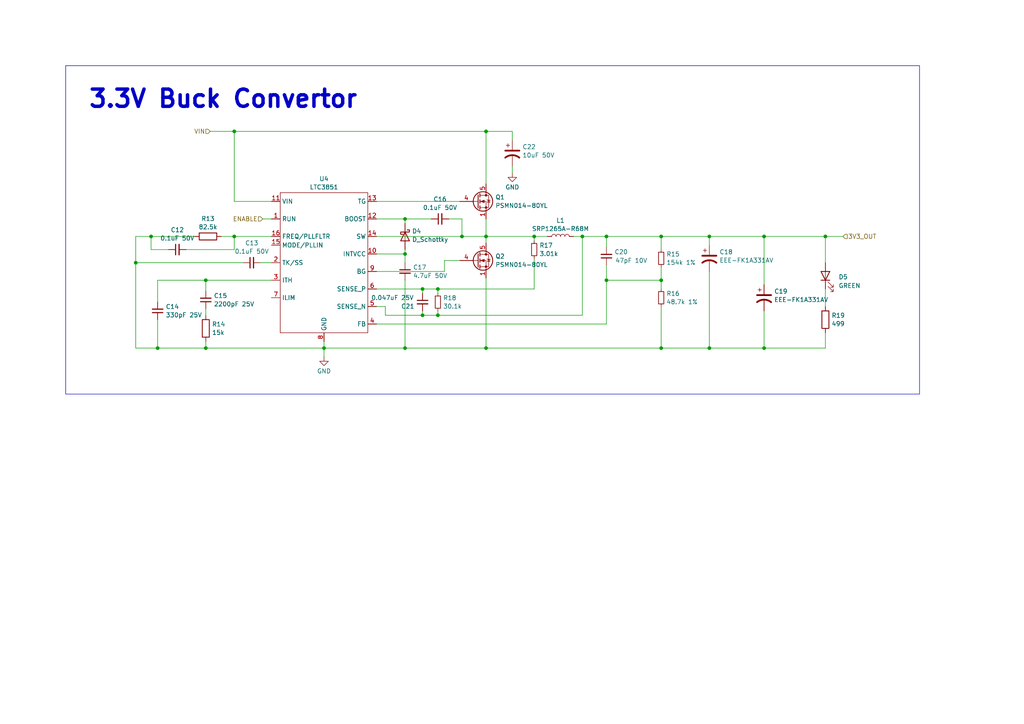
<source format=kicad_sch>
(kicad_sch (version 20230121) (generator eeschema)
  (paper "A4")
  (lib_symbols
    (symbol "Custom Parts:LTC3851"
      (property "Reference" "U" (at -11.43 21.59 0))
      (property "Value" "LTC3851" (at 8.89 21.59 0))
      (symbol "LTC3851_0_1"
        (polyline (pts (xy -12.7 20.32) (xy -12.7 -20.32) (xy 12.7 -20.32) (xy 12.7 20.32) (xy -12.7 20.32)))
      )
      (symbol "LTC3851_1_1"
        (pin input line (at -15.24 12.7 0) (length 2.54) (name "RUN") (number "1"))
        (pin input line (at 15.24 2.54 180) (length 2.54) (name "INTVCC") (number "10"))
        (pin input line (at -15.24 17.78 0) (length 2.54) (name "VIN") (number "11"))
        (pin input line (at 15.24 12.7 180) (length 2.54) (name "BOOST") (number "12"))
        (pin input line (at 15.24 17.78 180) (length 2.54) (name "TG") (number "13"))
        (pin input line (at 15.24 7.62 180) (length 2.54) (name "SW") (number "14"))
        (pin input line (at -15.24 5.08 0) (length 2.54) (name "MODE/PLLIN") (number "15"))
        (pin input line (at -15.24 7.62 0) (length 2.54) (name "FREQ/PLLFLTR") (number "16"))
        (pin input line (at 0 -22.86 90) (length 2.54) hide (name "GND") (number "17"))
        (pin input line (at -15.24 0 0) (length 2.54) (name "TK/SS") (number "2"))
        (pin input line (at -15.24 -5.08 0) (length 2.54) (name "ITH") (number "3"))
        (pin input line (at 15.24 -17.78 180) (length 2.54) (name "FB") (number "4"))
        (pin input line (at 15.24 -12.7 180) (length 2.54) (name "SENSE_N") (number "5"))
        (pin input line (at 15.24 -7.62 180) (length 2.54) (name "SENSE_P") (number "6"))
        (pin input line (at -15.24 -10.16 0) (length 2.54) (name "ILIM") (number "7"))
        (pin input line (at 0 -22.86 90) (length 2.54) (name "GND") (number "8"))
        (pin input line (at 15.24 -2.54 180) (length 2.54) (name "BG") (number "9"))
      )
    )
    (symbol "Custom Parts:PSMN014-80YL" (pin_names (offset 0) hide)
      (property "Reference" "Q" (at 6.35 2.54 0))
      (property "Value" "PSMN014-80YL" (at 12.7 0 0))
      (symbol "PSMN014-80YL_1_1"
        (polyline (pts (xy -1.27 0) (xy 0.254 0)))
        (polyline (pts (xy 0.762 -1.778) (xy 2.54 -1.778)))
        (polyline (pts (xy 0.762 -1.27) (xy 0.762 -2.286)) (stroke (width 0.254)))
        (polyline (pts (xy 0.762 0) (xy 2.54 0)))
        (polyline (pts (xy 0.762 0.508) (xy 0.762 -0.508)) (stroke (width 0.254)))
        (polyline (pts (xy 0.762 1.778) (xy 2.54 1.778)))
        (polyline (pts (xy 0.762 2.286) (xy 0.762 1.27)) (stroke (width 0.254)))
        (polyline (pts (xy 2.54 -1.778) (xy 2.54 -2.54)))
        (polyline (pts (xy 2.54 -1.778) (xy 2.54 0)))
        (polyline (pts (xy 2.54 2.54) (xy 2.54 1.778)))
        (polyline (pts (xy 0.254 1.905) (xy 0.254 -1.905) (xy 0.254 -1.905)) (stroke (width 0.254)))
        (polyline (pts (xy 1.016 0) (xy 2.032 0.381) (xy 2.032 -0.381) (xy 1.016 0)) (fill (type outline)))
        (polyline (pts (xy 2.54 -1.778) (xy 3.302 -1.778) (xy 3.302 1.778) (xy 2.54 1.778)))
        (polyline (pts (xy 2.794 0.508) (xy 2.921 0.381) (xy 3.683 0.381) (xy 3.81 0.254)))
        (polyline (pts (xy 3.302 0.381) (xy 2.921 -0.254) (xy 3.683 -0.254) (xy 3.302 0.381)))
        (circle (center 1.651 0) (radius 2.8194) (stroke (width 0.254)))
        (circle (center 2.54 -1.778) (radius 0.2794) (fill (type outline)))
        (circle (center 2.54 1.778) (radius 0.2794) (fill (type outline)))
        (pin passive line (at 2.54 -5.08 90) (length 2.54) (name "S") (number "1"))
        (pin passive line (at 2.54 -5.08 90) (length 2.54) hide (name "S") (number "2"))
        (pin passive line (at 2.54 -5.08 90) (length 2.54) hide (name "S") (number "3"))
        (pin passive line (at -5.08 0 0) (length 3.81) (name "G") (number "4"))
        (pin passive line (at 2.54 5.08 270) (length 2.54) (name "D") (number "5"))
      )
    )
    (symbol "Device:C_Polarized_US" (pin_numbers hide) (pin_names (offset 0.254) hide)
      (property "Reference" "C" (at 0.635 2.54 0))
      (property "Value" "C_Polarized_US" (at 0.635 -2.54 0))
      (symbol "C_Polarized_US_0_1"
        (polyline (pts (xy -2.032 0.762) (xy 2.032 0.762)) (stroke (width 0.508)))
        (polyline (pts (xy -1.778 2.286) (xy -0.762 2.286)))
        (polyline (pts (xy -1.27 1.778) (xy -1.27 2.794)))
        (arc (start 2.032 -1.27) (mid 0 -0.5572) (end -2.032 -1.27) (stroke (width 0.508)))
      )
      (symbol "C_Polarized_US_1_1"
        (pin passive line (at 0 3.81 270) (length 2.794) (name "~") (number "1"))
        (pin passive line (at 0 -3.81 90) (length 3.302) (name "~") (number "2"))
      )
    )
    (symbol "Device:C_Small" (pin_numbers hide) (pin_names (offset 0.254) hide)
      (property "Reference" "C" (at 0.254 1.778 0))
      (property "Value" "C_Small" (at 0.254 -2.032 0))
      (symbol "C_Small_0_1"
        (polyline (pts (xy -1.524 -0.508) (xy 1.524 -0.508)) (stroke (width 0.3302)))
        (polyline (pts (xy -1.524 0.508) (xy 1.524 0.508)) (stroke (width 0.3048)))
      )
      (symbol "C_Small_1_1"
        (pin passive line (at 0 2.54 270) (length 2.032) (name "~") (number "1"))
        (pin passive line (at 0 -2.54 90) (length 2.032) (name "~") (number "2"))
      )
    )
    (symbol "Device:D_Schottky" (pin_numbers hide) (pin_names (offset 1.016) hide)
      (property "Reference" "D" (at 0 2.54 0))
      (property "Value" "D_Schottky" (at 0 -2.54 0))
      (symbol "D_Schottky_0_1"
        (polyline (pts (xy 1.27 0) (xy -1.27 0)))
        (polyline (pts (xy 1.27 1.27) (xy 1.27 -1.27) (xy -1.27 0) (xy 1.27 1.27)) (stroke (width 0.254)))
        (polyline (pts (xy -1.905 0.635) (xy -1.905 1.27) (xy -1.27 1.27) (xy -1.27 -1.27) (xy -0.635 -1.27) (xy -0.635 -0.635)) (stroke (width 0.254)))
      )
      (symbol "D_Schottky_1_1"
        (pin passive line (at -3.81 0 0) (length 2.54) (name "K") (number "1"))
        (pin passive line (at 3.81 0 180) (length 2.54) (name "A") (number "2"))
      )
    )
    (symbol "Device:L" (pin_numbers hide) (pin_names (offset 1.016) hide)
      (property "Reference" "L" (at -1.27 0 90))
      (property "Value" "L" (at 1.905 0 90))
      (symbol "L_0_1"
        (arc (start 0 -2.54) (mid 0.6323 -1.905) (end 0 -1.27))
        (arc (start 0 -1.27) (mid 0.6323 -0.635) (end 0 0))
        (arc (start 0 0) (mid 0.6323 0.635) (end 0 1.27))
        (arc (start 0 1.27) (mid 0.6323 1.905) (end 0 2.54))
      )
      (symbol "L_1_1"
        (pin passive line (at 0 3.81 270) (length 1.27) (name "1") (number "1"))
        (pin passive line (at 0 -3.81 90) (length 1.27) (name "2") (number "2"))
      )
    )
    (symbol "Device:LED" (pin_numbers hide) (pin_names (offset 1.016) hide)
      (property "Reference" "D" (at 0 2.54 0))
      (property "Value" "LED" (at 0 -2.54 0))
      (symbol "LED_0_1"
        (polyline (pts (xy -1.27 -1.27) (xy -1.27 1.27)) (stroke (width 0.254)))
        (polyline (pts (xy -1.27 0) (xy 1.27 0)))
        (polyline (pts (xy 1.27 -1.27) (xy 1.27 1.27) (xy -1.27 0) (xy 1.27 -1.27)) (stroke (width 0.254)))
        (polyline (pts (xy -3.048 -0.762) (xy -4.572 -2.286) (xy -3.81 -2.286) (xy -4.572 -2.286) (xy -4.572 -1.524)))
        (polyline (pts (xy -1.778 -0.762) (xy -3.302 -2.286) (xy -2.54 -2.286) (xy -3.302 -2.286) (xy -3.302 -1.524)))
      )
      (symbol "LED_1_1"
        (pin passive line (at -3.81 0 0) (length 2.54) (name "K") (number "1"))
        (pin passive line (at 3.81 0 180) (length 2.54) (name "A") (number "2"))
      )
    )
    (symbol "Device:R" (pin_numbers hide) (pin_names (offset 0))
      (property "Reference" "R" (at 2.032 0 90))
      (property "Value" "R" (at 0 0 90))
      (symbol "R_0_1"
        (rectangle (start -1.016 -2.54) (end 1.016 2.54) (stroke (width 0.254)))
      )
      (symbol "R_1_1"
        (pin passive line (at 0 3.81 270) (length 1.27) (name "~") (number "1"))
        (pin passive line (at 0 -3.81 90) (length 1.27) (name "~") (number "2"))
      )
    )
    (symbol "Device:R_Small" (pin_numbers hide) (pin_names (offset 0.254) hide)
      (property "Reference" "R" (at 0.762 0.508 0))
      (property "Value" "R_Small" (at 0.762 -1.016 0))
      (symbol "R_Small_0_1"
        (rectangle (start -0.762 1.778) (end 0.762 -1.778) (stroke (width 0.2032)))
      )
      (symbol "R_Small_1_1"
        (pin passive line (at 0 2.54 270) (length 0.762) (name "~") (number "1"))
        (pin passive line (at 0 -2.54 90) (length 0.762) (name "~") (number "2"))
      )
    )
    (symbol "power:GND" (power) (pin_names (offset 0))
      (property "Value" "GND" (at 0 -3.81 0))
      (symbol "GND_0_1"
        (polyline (pts (xy 0 0) (xy 0 -1.27) (xy 1.27 -1.27) (xy 0 -2.54) (xy -1.27 -1.27) (xy 0 -1.27)))
      )
      (symbol "GND_1_1"
        (pin power_in line (at 0 0 270) (length 0) hide (name "GND") (number "1"))
      )
    )
  )
  (junction (at 117.475 100.965))
  (junction (at 117.475 63.5))
  (junction (at 67.945 38.1))
  (junction (at 45.72 100.965))
  (junction (at 154.94 68.58))
  (junction (at 133.985 68.58))
  (junction (at 191.77 100.965))
  (junction (at 221.615 68.58))
  (junction (at 191.77 68.58))
  (junction (at 59.69 100.965))
  (junction (at 122.555 91.44))
  (junction (at 67.945 68.58))
  (junction (at 140.97 38.1))
  (junction (at 43.815 68.58))
  (junction (at 205.74 68.58))
  (junction (at 175.895 68.58))
  (junction (at 168.91 68.58))
  (junction (at 221.615 100.965))
  (junction (at 39.37 76.2))
  (junction (at 205.74 100.965))
  (junction (at 117.475 73.66))
  (junction (at 59.69 81.28))
  (junction (at 175.895 81.28))
  (junction (at 122.555 83.82))
  (junction (at 140.97 68.58))
  (junction (at 127 83.82))
  (junction (at 127 91.44))
  (junction (at 239.395 68.58))
  (junction (at 140.97 100.965))
  (junction (at 191.77 81.28))
  (junction (at 93.98 100.965))
  (wire (pts (xy 133.985 63.5) (xy 133.985 68.58)))
  (wire (pts (xy 93.98 103.505) (xy 93.98 100.965)))
  (wire (pts (xy 168.91 91.44) (xy 168.91 68.58)))
  (wire (pts (xy 154.94 68.58) (xy 158.75 68.58)))
  (wire (pts (xy 117.475 100.965) (xy 93.98 100.965)))
  (wire (pts (xy 175.895 81.28) (xy 191.77 81.28)))
  (wire (pts (xy 154.94 68.58) (xy 154.94 69.85)))
  (wire (pts (xy 109.22 58.42) (xy 133.35 58.42)))
  (wire (pts (xy 59.69 100.965) (xy 45.72 100.965)))
  (wire (pts (xy 109.22 83.82) (xy 122.555 83.82)))
  (wire (pts (xy 67.945 58.42) (xy 67.945 38.1)))
  (wire (pts (xy 175.895 68.58) (xy 175.895 71.755)))
  (wire (pts (xy 140.97 68.58) (xy 140.97 70.485)))
  (wire (pts (xy 133.985 68.58) (xy 140.97 68.58)))
  (wire (pts (xy 53.975 72.39) (xy 67.945 72.39)))
  (wire (pts (xy 191.77 77.47) (xy 191.77 81.28)))
  (wire (pts (xy 148.59 38.1) (xy 140.97 38.1)))
  (wire (pts (xy 154.94 83.82) (xy 127 83.82)))
  (wire (pts (xy 140.97 100.965) (xy 191.77 100.965)))
  (wire (pts (xy 148.59 40.64) (xy 148.59 38.1)))
  (wire (pts (xy 140.97 38.1) (xy 140.97 53.34)))
  (wire (pts (xy 191.77 100.965) (xy 205.74 100.965)))
  (wire (pts (xy 117.475 72.39) (xy 117.475 73.66)))
  (wire (pts (xy 45.72 100.965) (xy 39.37 100.965)))
  (wire (pts (xy 59.69 81.28) (xy 59.69 84.455)))
  (wire (pts (xy 43.815 72.39) (xy 48.895 72.39)))
  (wire (pts (xy 67.945 72.39) (xy 67.945 68.58)))
  (wire (pts (xy 39.37 76.2) (xy 70.485 76.2)))
  (wire (pts (xy 127 90.17) (xy 127 91.44)))
  (wire (pts (xy 60.96 38.1) (xy 67.945 38.1)))
  (wire (pts (xy 111.76 88.9) (xy 109.22 88.9)))
  (wire (pts (xy 221.615 90.17) (xy 221.615 100.965)))
  (wire (pts (xy 39.37 100.965) (xy 39.37 76.2)))
  (wire (pts (xy 239.395 83.82) (xy 239.395 88.9)))
  (wire (pts (xy 45.72 81.28) (xy 45.72 87.63)))
  (wire (pts (xy 117.475 73.66) (xy 117.475 76.2)))
  (wire (pts (xy 239.395 68.58) (xy 239.395 76.2)))
  (wire (pts (xy 130.175 63.5) (xy 133.985 63.5)))
  (wire (pts (xy 127 83.82) (xy 127 85.09)))
  (wire (pts (xy 128.905 75.565) (xy 128.905 78.74)))
  (wire (pts (xy 109.22 68.58) (xy 133.985 68.58)))
  (wire (pts (xy 117.475 100.965) (xy 140.97 100.965)))
  (wire (pts (xy 117.475 63.5) (xy 125.095 63.5)))
  (wire (pts (xy 122.555 83.82) (xy 122.555 85.09)))
  (wire (pts (xy 59.69 89.535) (xy 59.69 91.44)))
  (wire (pts (xy 39.37 68.58) (xy 43.815 68.58)))
  (wire (pts (xy 64.135 68.58) (xy 67.945 68.58)))
  (wire (pts (xy 109.22 63.5) (xy 117.475 63.5)))
  (wire (pts (xy 175.895 76.835) (xy 175.895 81.28)))
  (wire (pts (xy 175.895 68.58) (xy 191.77 68.58)))
  (wire (pts (xy 111.76 91.44) (xy 122.555 91.44)))
  (wire (pts (xy 39.37 76.2) (xy 39.37 68.58)))
  (wire (pts (xy 154.94 74.93) (xy 154.94 83.82)))
  (wire (pts (xy 140.97 68.58) (xy 154.94 68.58)))
  (wire (pts (xy 59.69 81.28) (xy 45.72 81.28)))
  (wire (pts (xy 78.74 58.42) (xy 67.945 58.42)))
  (wire (pts (xy 140.97 80.645) (xy 140.97 100.965)))
  (wire (pts (xy 75.565 76.2) (xy 78.74 76.2)))
  (wire (pts (xy 78.74 81.28) (xy 59.69 81.28)))
  (wire (pts (xy 67.945 38.1) (xy 140.97 38.1)))
  (wire (pts (xy 111.76 91.44) (xy 111.76 88.9)))
  (wire (pts (xy 191.77 68.58) (xy 191.77 72.39)))
  (wire (pts (xy 122.555 90.17) (xy 122.555 91.44)))
  (wire (pts (xy 166.37 68.58) (xy 168.91 68.58)))
  (wire (pts (xy 128.905 75.565) (xy 133.35 75.565)))
  (wire (pts (xy 93.98 100.965) (xy 93.98 99.06)))
  (wire (pts (xy 221.615 100.965) (xy 239.395 100.965)))
  (wire (pts (xy 191.77 81.28) (xy 191.77 83.82)))
  (wire (pts (xy 117.475 81.28) (xy 117.475 100.965)))
  (wire (pts (xy 175.895 81.28) (xy 175.895 93.98)))
  (wire (pts (xy 59.69 100.965) (xy 59.69 99.06)))
  (wire (pts (xy 221.615 68.58) (xy 221.615 82.55)))
  (wire (pts (xy 127 83.82) (xy 122.555 83.82)))
  (wire (pts (xy 127 91.44) (xy 168.91 91.44)))
  (wire (pts (xy 168.91 68.58) (xy 175.895 68.58)))
  (wire (pts (xy 205.74 78.74) (xy 205.74 100.965)))
  (wire (pts (xy 117.475 73.66) (xy 109.22 73.66)))
  (wire (pts (xy 205.74 100.965) (xy 221.615 100.965)))
  (wire (pts (xy 191.77 88.9) (xy 191.77 100.965)))
  (wire (pts (xy 191.77 68.58) (xy 205.74 68.58)))
  (wire (pts (xy 205.74 68.58) (xy 221.615 68.58)))
  (wire (pts (xy 128.905 78.74) (xy 109.22 78.74)))
  (wire (pts (xy 140.97 63.5) (xy 140.97 68.58)))
  (wire (pts (xy 43.815 68.58) (xy 43.815 72.39)))
  (wire (pts (xy 239.395 68.58) (xy 244.475 68.58)))
  (wire (pts (xy 56.515 68.58) (xy 43.815 68.58)))
  (wire (pts (xy 45.72 92.71) (xy 45.72 100.965)))
  (wire (pts (xy 122.555 91.44) (xy 127 91.44)))
  (wire (pts (xy 117.475 63.5) (xy 117.475 64.77)))
  (wire (pts (xy 239.395 96.52) (xy 239.395 100.965)))
  (wire (pts (xy 67.945 68.58) (xy 78.74 68.58)))
  (wire (pts (xy 148.59 48.26) (xy 148.59 50.165)))
  (wire (pts (xy 221.615 68.58) (xy 239.395 68.58)))
  (wire (pts (xy 175.895 93.98) (xy 109.22 93.98)))
  (wire (pts (xy 76.2 63.5) (xy 78.74 63.5)))
  (wire (pts (xy 59.69 100.965) (xy 93.98 100.965)))
  (wire (pts (xy 205.74 68.58) (xy 205.74 71.12)))
  (rectangle (start 19.05 19.05) (end 266.7 114.3))
  (text "3.3V Buck Convertor" (at 25.4 31.75 0) (effects (font (size 5 5) bold) (justify left bottom)))
  (hierarchical_label "3V3_OUT" (shape input) (at 244.475 68.58 0))
  (hierarchical_label "ENABLE" (shape input) (at 76.2 63.5 180))
  (hierarchical_label "VIN" (shape input) (at 60.96 38.1 180))
  (symbol (lib_id "Device:LED") (at 239.395 80.01 90) (unit 1)
    (property "Reference" "D5" (at 243.205 80.3275 90) (effects (justify right)))
    (property "Value" "GREEN" (at 243.205 82.8675 90) (effects (justify right)))
    (property "Footprint" "LED_SMD:LED_0805_2012Metric" (effects hide))
  )
  (symbol (lib_id "Custom Parts:PSMN014-80YL") (at 138.43 75.565 0) (unit 1)
    (property "Reference" "Q2" (at 143.6624 74.3529 0) (effects (justify left)))
    (property "Value" "PSMN014-80YL" (at 143.6624 76.7771 0) (effects (justify left)))
    (property "Footprint" "Package_TO_SOT_SMD:LFPAK56" (effects hide))
    (property "Datasheet" "https://assets.nexperia.com/documents/data-sheet/PSMN5R2-60YL.pdf" (effects hide))
    (instances (project "bilge-vacuum" (path "" (reference "Q2") (unit 1)) (path "" (reference "Q3") (unit 1))))
  )
  (symbol (lib_id "Device:C_Small") (at 117.475 78.74 0) (unit 1)
    (property "Reference" "C17" (at 119.7991 77.5342 0) (effects (justify left)))
    (property "Value" "4.7uF 50V" (at 119.7991 79.9584 0) (effects (justify left)))
    (property "Footprint" "Capacitor_SMD:C_0805_2012Metric" (effects hide))
    (instances (project "bilge-vacuum" (path "" (reference "C17") (unit 1)) (path "" (reference "C11") (unit 1))))
  )
  (symbol (lib_id "power:GND") (at 93.98 103.505 0) (unit 1)
    (property "Reference" "#PWR016" (effects hide))
    (property "Value" "GND" (at 93.98 107.6381 0))
    (instances (project "bilge-vacuum" (path "" (reference "#PWR016") (unit 1)) (path "" (reference "#PWR020") (unit 1))))
  )
  (symbol (lib_id "Device:R_Small") (at 127 87.63 0) (unit 1)
    (property "Reference" "R18" (at 128.4986 86.4179 0) (effects (justify left)))
    (property "Value" "30.1k" (at 128.4986 88.8421 0) (effects (justify left)))
    (property "Footprint" "Resistor_SMD:R_0805_2012Metric" (effects hide))
    (instances (project "bilge-vacuum" (path "" (reference "R18") (unit 1)) (path "" (reference "R8") (unit 1))))
  )
  (symbol (lib_id "Device:R") (at 59.69 95.25 180) (unit 1)
    (property "Reference" "R14" (at 61.468 94.0379 0) (effects (justify right)))
    (property "Value" "15k" (at 61.468 96.4621 0) (effects (justify right)))
    (property "Footprint" "Resistor_SMD:R_0805_2012Metric" (effects hide))
    (instances (project "bilge-vacuum" (path "" (reference "R14") (unit 1)) (path "" (reference "R6") (unit 1))))
  )
  (symbol (lib_id "Device:D_Schottky") (at 117.475 68.58 270) (unit 1)
    (property "Reference" "D4" (at 119.507 67.0504 90) (effects (justify left)))
    (property "Value" "D_Schottky" (at 119.507 69.4746 90) (effects (justify left)))
    (property "Footprint" "Custom Parts:SMA" (effects hide))
  )
  (symbol (lib_id "Device:C_Polarized_US") (at 205.74 74.93 0) (unit 1)
    (property "Reference" "C18" (at 208.661 73.0829 0) (effects (justify left)))
    (property "Value" "EEE-FK1A331AV" (at 208.661 75.5071 0) (effects (justify left)))
    (property "Footprint" "Custom Parts:Panasonic - F - Vibe" (effects hide))
    (instances (project "bilge-vacuum" (path "" (reference "C18") (unit 1)) (path "" (reference "C24") (unit 1))))
  )
  (symbol (lib_id "Device:C_Small") (at 175.895 74.295 180) (unit 1)
    (property "Reference" "C20" (at 178.2191 73.0765 0) (effects (justify right)))
    (property "Value" "47pF 10V" (at 178.435 75.565 0) (effects (justify right)))
    (property "Footprint" "Capacitor_SMD:C_0805_2012Metric" (effects hide))
    (instances (project "bilge-vacuum" (path "" (reference "C20") (unit 1)) (path "" (reference "C23") (unit 1))))
  )
  (symbol (lib_id "Device:C_Small") (at 51.435 72.39 90) (unit 1)
    (property "Reference" "C12" (at 51.4413 66.6836 90))
    (property "Value" "0.1uF 50V" (at 51.4413 69.1078 90))
    (property "Footprint" "Capacitor_SMD:C_0805_2012Metric" (effects hide))
    (instances (project "bilge-vacuum" (path "" (reference "C12") (unit 1)) (path "" (reference "C7") (unit 1))))
  )
  (symbol (lib_id "Device:C_Small") (at 122.555 87.63 0) (unit 1)
    (property "Reference" "C21" (at 120.2309 88.8485 0) (effects (justify right)))
    (property "Value" "0.047uF 25V" (at 120.015 86.36 0) (effects (justify right)))
    (property "Footprint" "Capacitor_SMD:C_0805_2012Metric" (effects hide))
    (instances (project "bilge-vacuum" (path "" (reference "C21") (unit 1)) (path "" (reference "C20") (unit 1))))
  )
  (symbol (lib_id "power:GND") (at 148.59 50.165 0) (unit 1)
    (property "Reference" "#PWR018" (effects hide))
    (property "Value" "GND" (at 148.59 54.2981 0))
    (instances (project "bilge-vacuum" (path "" (reference "#PWR018") (unit 1)) (path "" (reference "#PWR021") (unit 1))))
  )
  (symbol (lib_id "Device:R_Small") (at 154.94 72.39 0) (unit 1)
    (property "Reference" "R17" (at 156.4386 71.1779 0) (effects (justify left)))
    (property "Value" "3.01k" (at 156.4386 73.6021 0) (effects (justify left)))
    (property "Footprint" "Resistor_SMD:R_0805_2012Metric" (effects hide))
    (instances (project "bilge-vacuum" (path "" (reference "R17") (unit 1)) (path "" (reference "R9") (unit 1))))
  )
  (symbol (lib_id "Custom Parts:LTC3851") (at 93.98 76.2 0) (unit 1)
    (property "Reference" "U4" (at 93.98 51.8627 0))
    (property "Value" "LTC3851" (at 93.98 54.2869 0))
    (property "Footprint" "Custom Parts:QFN-16" (effects hide))
    (instances (project "bilge-vacuum" (path "" (reference "U4") (unit 1)) (path "" (reference "U2") (unit 1))))
  )
  (symbol (lib_id "Device:C_Small") (at 59.69 86.995 180) (unit 1)
    (property "Reference" "C15" (at 62.0141 85.7765 0) (effects (justify right)))
    (property "Value" "2200pF 25V" (at 62.0141 88.2007 0) (effects (justify right)))
    (property "Footprint" "Capacitor_SMD:C_0805_2012Metric" (effects hide))
    (instances (project "bilge-vacuum" (path "" (reference "C15") (unit 1)) (path "" (reference "C9") (unit 1))))
  )
  (symbol (lib_id "Device:C_Small") (at 73.025 76.2 90) (unit 1)
    (property "Reference" "C13" (at 73.0313 70.4936 90))
    (property "Value" "0.1uF 50V" (at 73.0313 72.9178 90))
    (property "Footprint" "Capacitor_SMD:C_0805_2012Metric" (effects hide))
    (instances (project "bilge-vacuum" (path "" (reference "C13") (unit 1)) (path "" (reference "C10") (unit 1))))
  )
  (symbol (lib_id "Device:R_Small") (at 191.77 74.93 0) (unit 1)
    (property "Reference" "R15" (at 193.2686 73.7179 0) (effects (justify left)))
    (property "Value" "154k 1%" (at 193.2686 76.1421 0) (effects (justify left)))
    (property "Footprint" "Resistor_SMD:R_0805_2012Metric" (effects hide))
    (instances (project "bilge-vacuum" (path "" (reference "R15") (unit 1)) (path "" (reference "R10") (unit 1))))
  )
  (symbol (lib_id "Device:R") (at 60.325 68.58 90) (unit 1)
    (property "Reference" "R13" (at 60.325 63.4197 90))
    (property "Value" "82.5k" (at 60.325 65.8439 90))
    (property "Footprint" "Resistor_SMD:R_0805_2012Metric" (effects hide))
    (instances (project "bilge-vacuum" (path "" (reference "R13") (unit 1)) (path "" (reference "R7") (unit 1))))
  )
  (symbol (lib_id "Device:C_Polarized_US") (at 148.59 44.45 0) (unit 1)
    (property "Reference" "C22" (at 151.511 42.6029 0) (effects (justify left)))
    (property "Value" "10uF 50V" (at 151.511 45.0271 0) (effects (justify left)))
    (property "Footprint" "Capacitor_SMD:C_1206_3216Metric" (effects hide))
  )
  (symbol (lib_id "Device:C_Small") (at 127.635 63.5 90) (unit 1)
    (property "Reference" "C16" (at 127.6413 57.7936 90))
    (property "Value" "0.1uF 50V" (at 127.6413 60.2178 90))
    (property "Footprint" "Capacitor_SMD:C_0805_2012Metric" (effects hide))
    (instances (project "bilge-vacuum" (path "" (reference "C16") (unit 1)) (path "" (reference "C21") (unit 1))))
  )
  (symbol (lib_id "Device:C_Small") (at 45.72 90.17 180) (unit 1)
    (property "Reference" "C14" (at 48.0441 88.9515 0) (effects (justify right)))
    (property "Value" "330pF 25V" (at 48.0441 91.3757 0) (effects (justify right)))
    (property "Footprint" "Capacitor_SMD:C_0805_2012Metric" (effects hide))
    (instances (project "bilge-vacuum" (path "" (reference "C14") (unit 1)) (path "" (reference "C6") (unit 1))))
  )
  (symbol (lib_id "Device:C_Polarized_US") (at 221.615 86.36 0) (unit 1)
    (property "Reference" "C19" (at 224.536 84.5129 0) (effects (justify left)))
    (property "Value" "EEE-FK1A331AV" (at 224.536 86.9371 0) (effects (justify left)))
    (property "Footprint" "Custom Parts:Panasonic - F - Vibe" (effects hide))
    (instances (project "bilge-vacuum" (path "" (reference "C19") (unit 1)) (path "" (reference "C25") (unit 1))))
  )
  (symbol (lib_id "Device:R") (at 239.395 92.71 0) (unit 1)
    (property "Reference" "R19" (at 241.173 91.4979 0) (effects (justify left)))
    (property "Value" "499" (at 241.173 93.9221 0) (effects (justify left)))
    (property "Footprint" "Resistor_SMD:R_0805_2012Metric" (effects hide))
    (instances (project "bilge-vacuum" (path "" (reference "R19") (unit 1)) (path "" (reference "R12") (unit 1))))
  )
  (symbol (lib_id "Device:R_Small") (at 191.77 86.36 0) (unit 1)
    (property "Reference" "R16" (at 193.2686 85.1479 0) (effects (justify left)))
    (property "Value" "48.7k 1%" (at 193.2686 87.5721 0) (effects (justify left)))
    (property "Footprint" "Resistor_SMD:R_0805_2012Metric" (effects hide))
    (instances (project "bilge-vacuum" (path "" (reference "R16") (unit 1)) (path "" (reference "R11") (unit 1))))
  )
  (symbol (lib_id "Custom Parts:PSMN014-80YL") (at 138.43 58.42 0) (unit 1)
    (property "Reference" "Q1" (at 143.6624 57.2079 0) (effects (justify left)))
    (property "Value" "PSMN014-80YL" (at 143.6624 59.6321 0) (effects (justify left)))
    (property "Footprint" "Package_TO_SOT_SMD:LFPAK56" (effects hide))
    (property "Datasheet" "https://assets.nexperia.com/documents/data-sheet/PSMN5R2-60YL.pdf" (effects hide))
    (instances (project "bilge-vacuum" (path "" (reference "Q1") (unit 1)) (path "" (reference "Q2") (unit 1))))
  )
  (symbol (lib_id "Device:L") (at 162.56 68.58 90) (unit 1)
    (property "Reference" "L1" (at 162.56 63.9304 90))
    (property "Value" "SRP1265A-R68M" (at 162.56 66.3546 90))
    (property "Footprint" "Custom Parts:SRP1265A" (effects hide))
  )
)
</source>
